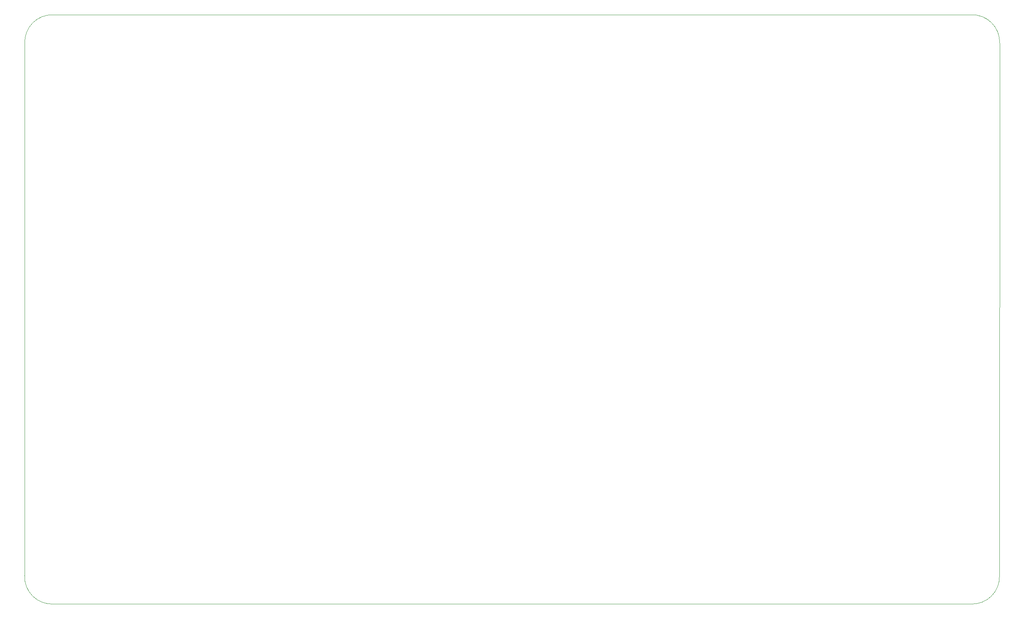
<source format=gm1>
%TF.GenerationSoftware,KiCad,Pcbnew,(6.0.1)*%
%TF.CreationDate,2022-02-17T06:08:29-07:00*%
%TF.ProjectId,77Project,37375072-6f6a-4656-9374-2e6b69636164,rev?*%
%TF.SameCoordinates,Original*%
%TF.FileFunction,Profile,NP*%
%FSLAX46Y46*%
G04 Gerber Fmt 4.6, Leading zero omitted, Abs format (unit mm)*
G04 Created by KiCad (PCBNEW (6.0.1)) date 2022-02-17 06:08:29*
%MOMM*%
%LPD*%
G01*
G04 APERTURE LIST*
%TA.AperFunction,Profile*%
%ADD10C,0.100000*%
%TD*%
G04 APERTURE END LIST*
D10*
X46235477Y-14957951D02*
G75*
G03*
X39885477Y-21333352I-231920J-6119055D01*
G01*
X251468991Y-14957952D02*
X46235477Y-14957952D01*
X257844392Y-21307952D02*
G75*
G03*
X251468991Y-14957952I-6119055J231920D01*
G01*
X251461514Y-146812001D02*
G75*
G03*
X257811514Y-140436600I231920J6119055D01*
G01*
X39852599Y-140462000D02*
G75*
G03*
X46228000Y-146812000I6119055J-231920D01*
G01*
X257844391Y-21307952D02*
X257811514Y-140436600D01*
X46228000Y-146812000D02*
X251461514Y-146812000D01*
X39885477Y-21333352D02*
X39852600Y-140462000D01*
M02*

</source>
